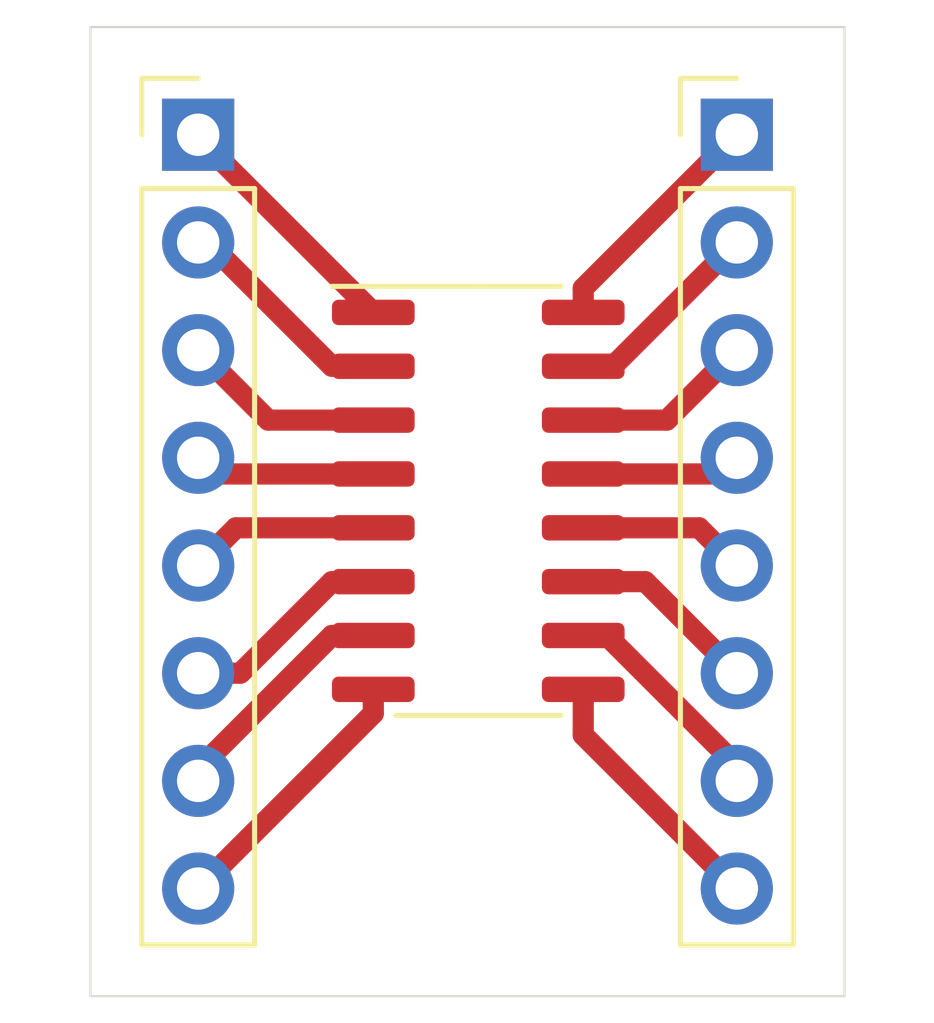
<source format=kicad_pcb>
(kicad_pcb (version 20171130) (host pcbnew "(5.1.9)-1")

  (general
    (thickness 1.6)
    (drawings 4)
    (tracks 36)
    (zones 0)
    (modules 3)
    (nets 17)
  )

  (page A4)
  (layers
    (0 F.Cu signal)
    (31 B.Cu signal)
    (32 B.Adhes user)
    (33 F.Adhes user)
    (34 B.Paste user)
    (35 F.Paste user)
    (36 B.SilkS user)
    (37 F.SilkS user)
    (38 B.Mask user)
    (39 F.Mask user)
    (40 Dwgs.User user)
    (41 Cmts.User user)
    (42 Eco1.User user)
    (43 Eco2.User user)
    (44 Edge.Cuts user)
    (45 Margin user)
    (46 B.CrtYd user)
    (47 F.CrtYd user)
    (48 B.Fab user)
    (49 F.Fab user)
  )

  (setup
    (last_trace_width 0.25)
    (user_trace_width 0.5)
    (trace_clearance 0.2)
    (zone_clearance 0.508)
    (zone_45_only no)
    (trace_min 0.2)
    (via_size 0.8)
    (via_drill 0.4)
    (via_min_size 0.4)
    (via_min_drill 0.3)
    (uvia_size 0.3)
    (uvia_drill 0.1)
    (uvias_allowed no)
    (uvia_min_size 0.2)
    (uvia_min_drill 0.1)
    (edge_width 0.05)
    (segment_width 0.2)
    (pcb_text_width 0.3)
    (pcb_text_size 1.5 1.5)
    (mod_edge_width 0.12)
    (mod_text_size 1 1)
    (mod_text_width 0.15)
    (pad_size 1.524 1.524)
    (pad_drill 0.762)
    (pad_to_mask_clearance 0)
    (aux_axis_origin 0 0)
    (visible_elements 7FFFFFFF)
    (pcbplotparams
      (layerselection 0x010fc_ffffffff)
      (usegerberextensions false)
      (usegerberattributes true)
      (usegerberadvancedattributes true)
      (creategerberjobfile true)
      (excludeedgelayer true)
      (linewidth 0.100000)
      (plotframeref false)
      (viasonmask false)
      (mode 1)
      (useauxorigin false)
      (hpglpennumber 1)
      (hpglpenspeed 20)
      (hpglpendiameter 15.000000)
      (psnegative false)
      (psa4output false)
      (plotreference true)
      (plotvalue true)
      (plotinvisibletext false)
      (padsonsilk false)
      (subtractmaskfromsilk false)
      (outputformat 1)
      (mirror false)
      (drillshape 0)
      (scaleselection 1)
      (outputdirectory "plots"))
  )

  (net 0 "")
  (net 1 "Net-(J1-Pad8)")
  (net 2 "Net-(J1-Pad7)")
  (net 3 "Net-(J1-Pad6)")
  (net 4 "Net-(J1-Pad5)")
  (net 5 "Net-(J1-Pad4)")
  (net 6 "Net-(J1-Pad3)")
  (net 7 "Net-(J1-Pad2)")
  (net 8 "Net-(J1-Pad1)")
  (net 9 "Net-(J2-Pad8)")
  (net 10 "Net-(J2-Pad7)")
  (net 11 "Net-(J2-Pad6)")
  (net 12 "Net-(J2-Pad5)")
  (net 13 "Net-(J2-Pad4)")
  (net 14 "Net-(J2-Pad3)")
  (net 15 "Net-(J2-Pad2)")
  (net 16 "Net-(J2-Pad1)")

  (net_class Default "This is the default net class."
    (clearance 0.2)
    (trace_width 0.25)
    (via_dia 0.8)
    (via_drill 0.4)
    (uvia_dia 0.3)
    (uvia_drill 0.1)
    (add_net "Net-(J1-Pad1)")
    (add_net "Net-(J1-Pad2)")
    (add_net "Net-(J1-Pad3)")
    (add_net "Net-(J1-Pad4)")
    (add_net "Net-(J1-Pad5)")
    (add_net "Net-(J1-Pad6)")
    (add_net "Net-(J1-Pad7)")
    (add_net "Net-(J1-Pad8)")
    (add_net "Net-(J2-Pad1)")
    (add_net "Net-(J2-Pad2)")
    (add_net "Net-(J2-Pad3)")
    (add_net "Net-(J2-Pad4)")
    (add_net "Net-(J2-Pad5)")
    (add_net "Net-(J2-Pad6)")
    (add_net "Net-(J2-Pad7)")
    (add_net "Net-(J2-Pad8)")
  )

  (module Package_SO:SOIC-16_3.9x9.9mm_P1.27mm (layer F.Cu) (tedit 5D9F72B1) (tstamp 6134C36C)
    (at 146.304 94.996)
    (descr "SOIC, 16 Pin (JEDEC MS-012AC, https://www.analog.com/media/en/package-pcb-resources/package/pkg_pdf/soic_narrow-r/r_16.pdf), generated with kicad-footprint-generator ipc_gullwing_generator.py")
    (tags "SOIC SO")
    (path /6134F103)
    (attr smd)
    (fp_text reference U1 (at 0 -5.9) (layer Cmts.User)
      (effects (font (size 1 1) (thickness 0.15)))
    )
    (fp_text value NCV1413B (at 0 5.9) (layer F.Fab)
      (effects (font (size 1 1) (thickness 0.15)))
    )
    (fp_line (start 3.7 -5.2) (end -3.7 -5.2) (layer F.CrtYd) (width 0.05))
    (fp_line (start 3.7 5.2) (end 3.7 -5.2) (layer F.CrtYd) (width 0.05))
    (fp_line (start -3.7 5.2) (end 3.7 5.2) (layer F.CrtYd) (width 0.05))
    (fp_line (start -3.7 -5.2) (end -3.7 5.2) (layer F.CrtYd) (width 0.05))
    (fp_line (start -1.95 -3.975) (end -0.975 -4.95) (layer F.Fab) (width 0.1))
    (fp_line (start -1.95 4.95) (end -1.95 -3.975) (layer F.Fab) (width 0.1))
    (fp_line (start 1.95 4.95) (end -1.95 4.95) (layer F.Fab) (width 0.1))
    (fp_line (start 1.95 -4.95) (end 1.95 4.95) (layer F.Fab) (width 0.1))
    (fp_line (start -0.975 -4.95) (end 1.95 -4.95) (layer F.Fab) (width 0.1))
    (fp_line (start 0 -5.06) (end -3.45 -5.06) (layer F.SilkS) (width 0.12))
    (fp_line (start 0 -5.06) (end 1.95 -5.06) (layer F.SilkS) (width 0.12))
    (fp_line (start 0 5.06) (end -1.95 5.06) (layer F.SilkS) (width 0.12))
    (fp_line (start 0 5.06) (end 1.95 5.06) (layer F.SilkS) (width 0.12))
    (fp_text user %R (at 0 0) (layer F.Fab)
      (effects (font (size 0.98 0.98) (thickness 0.15)))
    )
    (pad 16 smd roundrect (at 2.475 -4.445) (size 1.95 0.6) (layers F.Cu F.Paste F.Mask) (roundrect_rratio 0.25)
      (net 16 "Net-(J2-Pad1)"))
    (pad 15 smd roundrect (at 2.475 -3.175) (size 1.95 0.6) (layers F.Cu F.Paste F.Mask) (roundrect_rratio 0.25)
      (net 15 "Net-(J2-Pad2)"))
    (pad 14 smd roundrect (at 2.475 -1.905) (size 1.95 0.6) (layers F.Cu F.Paste F.Mask) (roundrect_rratio 0.25)
      (net 14 "Net-(J2-Pad3)"))
    (pad 13 smd roundrect (at 2.475 -0.635) (size 1.95 0.6) (layers F.Cu F.Paste F.Mask) (roundrect_rratio 0.25)
      (net 13 "Net-(J2-Pad4)"))
    (pad 12 smd roundrect (at 2.475 0.635) (size 1.95 0.6) (layers F.Cu F.Paste F.Mask) (roundrect_rratio 0.25)
      (net 12 "Net-(J2-Pad5)"))
    (pad 11 smd roundrect (at 2.475 1.905) (size 1.95 0.6) (layers F.Cu F.Paste F.Mask) (roundrect_rratio 0.25)
      (net 11 "Net-(J2-Pad6)"))
    (pad 10 smd roundrect (at 2.475 3.175) (size 1.95 0.6) (layers F.Cu F.Paste F.Mask) (roundrect_rratio 0.25)
      (net 10 "Net-(J2-Pad7)"))
    (pad 9 smd roundrect (at 2.475 4.445) (size 1.95 0.6) (layers F.Cu F.Paste F.Mask) (roundrect_rratio 0.25)
      (net 9 "Net-(J2-Pad8)"))
    (pad 8 smd roundrect (at -2.475 4.445) (size 1.95 0.6) (layers F.Cu F.Paste F.Mask) (roundrect_rratio 0.25)
      (net 1 "Net-(J1-Pad8)"))
    (pad 7 smd roundrect (at -2.475 3.175) (size 1.95 0.6) (layers F.Cu F.Paste F.Mask) (roundrect_rratio 0.25)
      (net 2 "Net-(J1-Pad7)"))
    (pad 6 smd roundrect (at -2.475 1.905) (size 1.95 0.6) (layers F.Cu F.Paste F.Mask) (roundrect_rratio 0.25)
      (net 3 "Net-(J1-Pad6)"))
    (pad 5 smd roundrect (at -2.475 0.635) (size 1.95 0.6) (layers F.Cu F.Paste F.Mask) (roundrect_rratio 0.25)
      (net 4 "Net-(J1-Pad5)"))
    (pad 4 smd roundrect (at -2.475 -0.635) (size 1.95 0.6) (layers F.Cu F.Paste F.Mask) (roundrect_rratio 0.25)
      (net 5 "Net-(J1-Pad4)"))
    (pad 3 smd roundrect (at -2.475 -1.905) (size 1.95 0.6) (layers F.Cu F.Paste F.Mask) (roundrect_rratio 0.25)
      (net 6 "Net-(J1-Pad3)"))
    (pad 2 smd roundrect (at -2.475 -3.175) (size 1.95 0.6) (layers F.Cu F.Paste F.Mask) (roundrect_rratio 0.25)
      (net 7 "Net-(J1-Pad2)"))
    (pad 1 smd roundrect (at -2.475 -4.445) (size 1.95 0.6) (layers F.Cu F.Paste F.Mask) (roundrect_rratio 0.25)
      (net 8 "Net-(J1-Pad1)"))
    (model ${KISYS3DMOD}/Package_SO.3dshapes/SOIC-16_3.9x9.9mm_P1.27mm.wrl
      (at (xyz 0 0 0))
      (scale (xyz 1 1 1))
      (rotate (xyz 0 0 0))
    )
  )

  (module Connector_PinHeader_2.54mm:PinHeader_1x08_P2.54mm_Vertical (layer F.Cu) (tedit 59FED5CC) (tstamp 6134C34A)
    (at 152.4 86.36)
    (descr "Through hole straight pin header, 1x08, 2.54mm pitch, single row")
    (tags "Through hole pin header THT 1x08 2.54mm single row")
    (path /61351AA4)
    (fp_text reference J2 (at 0 -2.33) (layer Cmts.User)
      (effects (font (size 1 1) (thickness 0.15)))
    )
    (fp_text value Conn_01x08 (at 0 20.11) (layer F.Fab)
      (effects (font (size 1 1) (thickness 0.15)))
    )
    (fp_line (start 1.8 -1.8) (end -1.8 -1.8) (layer F.CrtYd) (width 0.05))
    (fp_line (start 1.8 19.55) (end 1.8 -1.8) (layer F.CrtYd) (width 0.05))
    (fp_line (start -1.8 19.55) (end 1.8 19.55) (layer F.CrtYd) (width 0.05))
    (fp_line (start -1.8 -1.8) (end -1.8 19.55) (layer F.CrtYd) (width 0.05))
    (fp_line (start -1.33 -1.33) (end 0 -1.33) (layer F.SilkS) (width 0.12))
    (fp_line (start -1.33 0) (end -1.33 -1.33) (layer F.SilkS) (width 0.12))
    (fp_line (start -1.33 1.27) (end 1.33 1.27) (layer F.SilkS) (width 0.12))
    (fp_line (start 1.33 1.27) (end 1.33 19.11) (layer F.SilkS) (width 0.12))
    (fp_line (start -1.33 1.27) (end -1.33 19.11) (layer F.SilkS) (width 0.12))
    (fp_line (start -1.33 19.11) (end 1.33 19.11) (layer F.SilkS) (width 0.12))
    (fp_line (start -1.27 -0.635) (end -0.635 -1.27) (layer F.Fab) (width 0.1))
    (fp_line (start -1.27 19.05) (end -1.27 -0.635) (layer F.Fab) (width 0.1))
    (fp_line (start 1.27 19.05) (end -1.27 19.05) (layer F.Fab) (width 0.1))
    (fp_line (start 1.27 -1.27) (end 1.27 19.05) (layer F.Fab) (width 0.1))
    (fp_line (start -0.635 -1.27) (end 1.27 -1.27) (layer F.Fab) (width 0.1))
    (fp_text user %R (at 0 8.89 90) (layer F.Fab)
      (effects (font (size 1 1) (thickness 0.15)))
    )
    (pad 8 thru_hole oval (at 0 17.78) (size 1.7 1.7) (drill 1) (layers *.Cu *.Mask)
      (net 9 "Net-(J2-Pad8)"))
    (pad 7 thru_hole oval (at 0 15.24) (size 1.7 1.7) (drill 1) (layers *.Cu *.Mask)
      (net 10 "Net-(J2-Pad7)"))
    (pad 6 thru_hole oval (at 0 12.7) (size 1.7 1.7) (drill 1) (layers *.Cu *.Mask)
      (net 11 "Net-(J2-Pad6)"))
    (pad 5 thru_hole oval (at 0 10.16) (size 1.7 1.7) (drill 1) (layers *.Cu *.Mask)
      (net 12 "Net-(J2-Pad5)"))
    (pad 4 thru_hole oval (at 0 7.62) (size 1.7 1.7) (drill 1) (layers *.Cu *.Mask)
      (net 13 "Net-(J2-Pad4)"))
    (pad 3 thru_hole oval (at 0 5.08) (size 1.7 1.7) (drill 1) (layers *.Cu *.Mask)
      (net 14 "Net-(J2-Pad3)"))
    (pad 2 thru_hole oval (at 0 2.54) (size 1.7 1.7) (drill 1) (layers *.Cu *.Mask)
      (net 15 "Net-(J2-Pad2)"))
    (pad 1 thru_hole rect (at 0 0) (size 1.7 1.7) (drill 1) (layers *.Cu *.Mask)
      (net 16 "Net-(J2-Pad1)"))
    (model ${KISYS3DMOD}/Connector_PinHeader_2.54mm.3dshapes/PinHeader_1x08_P2.54mm_Vertical.wrl
      (at (xyz 0 0 0))
      (scale (xyz 1 1 1))
      (rotate (xyz 0 0 0))
    )
  )

  (module Connector_PinHeader_2.54mm:PinHeader_1x08_P2.54mm_Vertical (layer F.Cu) (tedit 59FED5CC) (tstamp 6134C32E)
    (at 139.7 86.36)
    (descr "Through hole straight pin header, 1x08, 2.54mm pitch, single row")
    (tags "Through hole pin header THT 1x08 2.54mm single row")
    (path /6134FF83)
    (fp_text reference J1 (at 0 -2.33) (layer Cmts.User)
      (effects (font (size 1 1) (thickness 0.15)))
    )
    (fp_text value Conn_01x08 (at 0 20.11) (layer F.Fab)
      (effects (font (size 1 1) (thickness 0.15)))
    )
    (fp_line (start 1.8 -1.8) (end -1.8 -1.8) (layer F.CrtYd) (width 0.05))
    (fp_line (start 1.8 19.55) (end 1.8 -1.8) (layer F.CrtYd) (width 0.05))
    (fp_line (start -1.8 19.55) (end 1.8 19.55) (layer F.CrtYd) (width 0.05))
    (fp_line (start -1.8 -1.8) (end -1.8 19.55) (layer F.CrtYd) (width 0.05))
    (fp_line (start -1.33 -1.33) (end 0 -1.33) (layer F.SilkS) (width 0.12))
    (fp_line (start -1.33 0) (end -1.33 -1.33) (layer F.SilkS) (width 0.12))
    (fp_line (start -1.33 1.27) (end 1.33 1.27) (layer F.SilkS) (width 0.12))
    (fp_line (start 1.33 1.27) (end 1.33 19.11) (layer F.SilkS) (width 0.12))
    (fp_line (start -1.33 1.27) (end -1.33 19.11) (layer F.SilkS) (width 0.12))
    (fp_line (start -1.33 19.11) (end 1.33 19.11) (layer F.SilkS) (width 0.12))
    (fp_line (start -1.27 -0.635) (end -0.635 -1.27) (layer F.Fab) (width 0.1))
    (fp_line (start -1.27 19.05) (end -1.27 -0.635) (layer F.Fab) (width 0.1))
    (fp_line (start 1.27 19.05) (end -1.27 19.05) (layer F.Fab) (width 0.1))
    (fp_line (start 1.27 -1.27) (end 1.27 19.05) (layer F.Fab) (width 0.1))
    (fp_line (start -0.635 -1.27) (end 1.27 -1.27) (layer F.Fab) (width 0.1))
    (fp_text user %R (at 0 8.89 90) (layer F.Fab)
      (effects (font (size 1 1) (thickness 0.15)))
    )
    (pad 8 thru_hole oval (at 0 17.78) (size 1.7 1.7) (drill 1) (layers *.Cu *.Mask)
      (net 1 "Net-(J1-Pad8)"))
    (pad 7 thru_hole oval (at 0 15.24) (size 1.7 1.7) (drill 1) (layers *.Cu *.Mask)
      (net 2 "Net-(J1-Pad7)"))
    (pad 6 thru_hole oval (at 0 12.7) (size 1.7 1.7) (drill 1) (layers *.Cu *.Mask)
      (net 3 "Net-(J1-Pad6)"))
    (pad 5 thru_hole oval (at 0 10.16) (size 1.7 1.7) (drill 1) (layers *.Cu *.Mask)
      (net 4 "Net-(J1-Pad5)"))
    (pad 4 thru_hole oval (at 0 7.62) (size 1.7 1.7) (drill 1) (layers *.Cu *.Mask)
      (net 5 "Net-(J1-Pad4)"))
    (pad 3 thru_hole oval (at 0 5.08) (size 1.7 1.7) (drill 1) (layers *.Cu *.Mask)
      (net 6 "Net-(J1-Pad3)"))
    (pad 2 thru_hole oval (at 0 2.54) (size 1.7 1.7) (drill 1) (layers *.Cu *.Mask)
      (net 7 "Net-(J1-Pad2)"))
    (pad 1 thru_hole rect (at 0 0) (size 1.7 1.7) (drill 1) (layers *.Cu *.Mask)
      (net 8 "Net-(J1-Pad1)"))
    (model ${KISYS3DMOD}/Connector_PinHeader_2.54mm.3dshapes/PinHeader_1x08_P2.54mm_Vertical.wrl
      (at (xyz 0 0 0))
      (scale (xyz 1 1 1))
      (rotate (xyz 0 0 0))
    )
  )

  (gr_line (start 137.16 83.82) (end 154.94 83.82) (layer Edge.Cuts) (width 0.05) (tstamp 6134C667))
  (gr_line (start 137.16 106.68) (end 137.16 83.82) (layer Edge.Cuts) (width 0.05))
  (gr_line (start 154.94 106.68) (end 137.16 106.68) (layer Edge.Cuts) (width 0.05))
  (gr_line (start 154.94 83.82) (end 154.94 106.68) (layer Edge.Cuts) (width 0.05))

  (segment (start 143.829 100.011) (end 139.7 104.14) (width 0.5) (layer F.Cu) (net 1))
  (segment (start 143.829 99.441) (end 143.829 100.011) (width 0.5) (layer F.Cu) (net 1))
  (segment (start 139.7 101.325) (end 139.7 101.6) (width 0.5) (layer F.Cu) (net 2))
  (segment (start 142.854 98.171) (end 139.7 101.325) (width 0.5) (layer F.Cu) (net 2))
  (segment (start 143.829 98.171) (end 142.854 98.171) (width 0.5) (layer F.Cu) (net 2))
  (segment (start 140.695 99.06) (end 139.7 99.06) (width 0.5) (layer F.Cu) (net 3))
  (segment (start 142.854 96.901) (end 140.695 99.06) (width 0.5) (layer F.Cu) (net 3))
  (segment (start 143.829 96.901) (end 142.854 96.901) (width 0.5) (layer F.Cu) (net 3))
  (segment (start 140.589 95.631) (end 139.7 96.52) (width 0.5) (layer F.Cu) (net 4))
  (segment (start 143.829 95.631) (end 140.589 95.631) (width 0.5) (layer F.Cu) (net 4))
  (segment (start 140.081 94.361) (end 139.7 93.98) (width 0.5) (layer F.Cu) (net 5))
  (segment (start 143.829 94.361) (end 140.081 94.361) (width 0.5) (layer F.Cu) (net 5))
  (segment (start 141.351 93.091) (end 139.7 91.44) (width 0.5) (layer F.Cu) (net 6))
  (segment (start 143.829 93.091) (end 141.351 93.091) (width 0.5) (layer F.Cu) (net 6))
  (segment (start 139.933 88.9) (end 139.7 88.9) (width 0.5) (layer F.Cu) (net 7))
  (segment (start 142.854 91.821) (end 139.933 88.9) (width 0.5) (layer F.Cu) (net 7))
  (segment (start 143.829 91.821) (end 142.854 91.821) (width 0.5) (layer F.Cu) (net 7))
  (segment (start 139.7 86.422) (end 139.7 86.36) (width 0.5) (layer F.Cu) (net 8))
  (segment (start 143.829 90.551) (end 139.7 86.422) (width 0.5) (layer F.Cu) (net 8))
  (segment (start 148.779 100.519) (end 152.4 104.14) (width 0.5) (layer F.Cu) (net 9))
  (segment (start 148.779 99.441) (end 148.779 100.519) (width 0.5) (layer F.Cu) (net 9))
  (segment (start 152.4 101.238456) (end 152.4 101.6) (width 0.5) (layer F.Cu) (net 10))
  (segment (start 149.332544 98.171) (end 152.4 101.238456) (width 0.5) (layer F.Cu) (net 10))
  (segment (start 148.779 98.171) (end 149.332544 98.171) (width 0.5) (layer F.Cu) (net 10))
  (segment (start 150.241 96.901) (end 152.4 99.06) (width 0.5) (layer F.Cu) (net 11))
  (segment (start 148.779 96.901) (end 150.241 96.901) (width 0.5) (layer F.Cu) (net 11))
  (segment (start 151.511 95.631) (end 152.4 96.52) (width 0.5) (layer F.Cu) (net 12))
  (segment (start 148.779 95.631) (end 151.511 95.631) (width 0.5) (layer F.Cu) (net 12))
  (segment (start 152.019 94.361) (end 152.4 93.98) (width 0.5) (layer F.Cu) (net 13))
  (segment (start 148.779 94.361) (end 152.019 94.361) (width 0.5) (layer F.Cu) (net 13))
  (segment (start 150.749 93.091) (end 152.4 91.44) (width 0.5) (layer F.Cu) (net 14))
  (segment (start 148.779 93.091) (end 150.749 93.091) (width 0.5) (layer F.Cu) (net 14))
  (segment (start 149.479 91.821) (end 152.4 88.9) (width 0.5) (layer F.Cu) (net 15))
  (segment (start 148.779 91.821) (end 149.479 91.821) (width 0.5) (layer F.Cu) (net 15))
  (segment (start 148.779 89.981) (end 152.4 86.36) (width 0.5) (layer F.Cu) (net 16))
  (segment (start 148.779 90.551) (end 148.779 89.981) (width 0.5) (layer F.Cu) (net 16))

)

</source>
